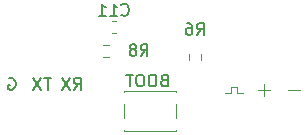
<source format=gbr>
G04 #@! TF.GenerationSoftware,KiCad,Pcbnew,(5.1.5)-3*
G04 #@! TF.CreationDate,2021-02-05T10:45:09+01:00*
G04 #@! TF.ProjectId,kapuki-cursen-hw,6b617075-6b69-42d6-9375-7273656e2d68,rev?*
G04 #@! TF.SameCoordinates,Original*
G04 #@! TF.FileFunction,Legend,Bot*
G04 #@! TF.FilePolarity,Positive*
%FSLAX46Y46*%
G04 Gerber Fmt 4.6, Leading zero omitted, Abs format (unit mm)*
G04 Created by KiCad (PCBNEW (5.1.5)-3) date 2021-02-05 10:45:09*
%MOMM*%
%LPD*%
G04 APERTURE LIST*
%ADD10C,0.150000*%
%ADD11C,0.120000*%
G04 APERTURE END LIST*
D10*
X122420095Y-88400000D02*
X122515333Y-88352380D01*
X122658190Y-88352380D01*
X122801047Y-88400000D01*
X122896285Y-88495238D01*
X122943904Y-88590476D01*
X122991523Y-88780952D01*
X122991523Y-88923809D01*
X122943904Y-89114285D01*
X122896285Y-89209523D01*
X122801047Y-89304761D01*
X122658190Y-89352380D01*
X122562952Y-89352380D01*
X122420095Y-89304761D01*
X122372476Y-89257142D01*
X122372476Y-88923809D01*
X122562952Y-88923809D01*
X127928666Y-89352380D02*
X128262000Y-88876190D01*
X128500095Y-89352380D02*
X128500095Y-88352380D01*
X128119142Y-88352380D01*
X128023904Y-88400000D01*
X127976285Y-88447619D01*
X127928666Y-88542857D01*
X127928666Y-88685714D01*
X127976285Y-88780952D01*
X128023904Y-88828571D01*
X128119142Y-88876190D01*
X128500095Y-88876190D01*
X127595333Y-88352380D02*
X126928666Y-89352380D01*
X126928666Y-88352380D02*
X127595333Y-89352380D01*
X125983904Y-88352380D02*
X125412476Y-88352380D01*
X125698190Y-89352380D02*
X125698190Y-88352380D01*
X125174380Y-88352380D02*
X124507714Y-89352380D01*
X124507714Y-88352380D02*
X125174380Y-89352380D01*
X135545342Y-88549171D02*
X135402485Y-88596790D01*
X135354866Y-88644409D01*
X135307247Y-88739647D01*
X135307247Y-88882504D01*
X135354866Y-88977742D01*
X135402485Y-89025361D01*
X135497723Y-89072980D01*
X135878676Y-89072980D01*
X135878676Y-88072980D01*
X135545342Y-88072980D01*
X135450104Y-88120600D01*
X135402485Y-88168219D01*
X135354866Y-88263457D01*
X135354866Y-88358695D01*
X135402485Y-88453933D01*
X135450104Y-88501552D01*
X135545342Y-88549171D01*
X135878676Y-88549171D01*
X134688200Y-88072980D02*
X134497723Y-88072980D01*
X134402485Y-88120600D01*
X134307247Y-88215838D01*
X134259628Y-88406314D01*
X134259628Y-88739647D01*
X134307247Y-88930123D01*
X134402485Y-89025361D01*
X134497723Y-89072980D01*
X134688200Y-89072980D01*
X134783438Y-89025361D01*
X134878676Y-88930123D01*
X134926295Y-88739647D01*
X134926295Y-88406314D01*
X134878676Y-88215838D01*
X134783438Y-88120600D01*
X134688200Y-88072980D01*
X133640580Y-88072980D02*
X133450104Y-88072980D01*
X133354866Y-88120600D01*
X133259628Y-88215838D01*
X133212009Y-88406314D01*
X133212009Y-88739647D01*
X133259628Y-88930123D01*
X133354866Y-89025361D01*
X133450104Y-89072980D01*
X133640580Y-89072980D01*
X133735819Y-89025361D01*
X133831057Y-88930123D01*
X133878676Y-88739647D01*
X133878676Y-88406314D01*
X133831057Y-88215838D01*
X133735819Y-88120600D01*
X133640580Y-88072980D01*
X132926295Y-88072980D02*
X132354866Y-88072980D01*
X132640580Y-89072980D02*
X132640580Y-88072980D01*
D11*
X146050000Y-89408000D02*
X147066000Y-89408000D01*
X144018000Y-89916000D02*
X144018000Y-88900000D01*
X143510000Y-89408000D02*
X144526000Y-89408000D01*
X141732000Y-89662000D02*
X142240000Y-89662000D01*
X141732000Y-89662000D02*
X141732000Y-89154000D01*
X141224000Y-89154000D02*
X141732000Y-89154000D01*
X141224000Y-89154000D02*
X141224000Y-89662000D01*
X140716000Y-89662000D02*
X141224000Y-89662000D01*
X136591400Y-92860600D02*
X132191400Y-92860600D01*
X132191400Y-92860600D02*
X132191400Y-92740600D01*
X132191400Y-91730600D02*
X132191400Y-90590600D01*
X132191400Y-89580600D02*
X132191400Y-89460600D01*
X132191400Y-89460600D02*
X136591400Y-89460600D01*
X136591400Y-89460600D02*
X136591400Y-89580600D01*
X136591400Y-90590600D02*
X136591400Y-91730600D01*
X136591400Y-92740600D02*
X136591400Y-92860600D01*
X130377476Y-85532700D02*
X130886924Y-85532700D01*
X130377476Y-86577700D02*
X130886924Y-86577700D01*
X138698500Y-86359276D02*
X138698500Y-86868724D01*
X137653500Y-86359276D02*
X137653500Y-86868724D01*
X131464267Y-84584000D02*
X131171733Y-84584000D01*
X131464267Y-83564000D02*
X131171733Y-83564000D01*
D10*
X133592866Y-86507580D02*
X133926200Y-86031390D01*
X134164295Y-86507580D02*
X134164295Y-85507580D01*
X133783342Y-85507580D01*
X133688104Y-85555200D01*
X133640485Y-85602819D01*
X133592866Y-85698057D01*
X133592866Y-85840914D01*
X133640485Y-85936152D01*
X133688104Y-85983771D01*
X133783342Y-86031390D01*
X134164295Y-86031390D01*
X133021438Y-85936152D02*
X133116676Y-85888533D01*
X133164295Y-85840914D01*
X133211914Y-85745676D01*
X133211914Y-85698057D01*
X133164295Y-85602819D01*
X133116676Y-85555200D01*
X133021438Y-85507580D01*
X132830961Y-85507580D01*
X132735723Y-85555200D01*
X132688104Y-85602819D01*
X132640485Y-85698057D01*
X132640485Y-85745676D01*
X132688104Y-85840914D01*
X132735723Y-85888533D01*
X132830961Y-85936152D01*
X133021438Y-85936152D01*
X133116676Y-85983771D01*
X133164295Y-86031390D01*
X133211914Y-86126628D01*
X133211914Y-86317104D01*
X133164295Y-86412342D01*
X133116676Y-86459961D01*
X133021438Y-86507580D01*
X132830961Y-86507580D01*
X132735723Y-86459961D01*
X132688104Y-86412342D01*
X132640485Y-86317104D01*
X132640485Y-86126628D01*
X132688104Y-86031390D01*
X132735723Y-85983771D01*
X132830961Y-85936152D01*
X138342666Y-84729580D02*
X138676000Y-84253390D01*
X138914095Y-84729580D02*
X138914095Y-83729580D01*
X138533142Y-83729580D01*
X138437904Y-83777200D01*
X138390285Y-83824819D01*
X138342666Y-83920057D01*
X138342666Y-84062914D01*
X138390285Y-84158152D01*
X138437904Y-84205771D01*
X138533142Y-84253390D01*
X138914095Y-84253390D01*
X137485523Y-83729580D02*
X137676000Y-83729580D01*
X137771238Y-83777200D01*
X137818857Y-83824819D01*
X137914095Y-83967676D01*
X137961714Y-84158152D01*
X137961714Y-84539104D01*
X137914095Y-84634342D01*
X137866476Y-84681961D01*
X137771238Y-84729580D01*
X137580761Y-84729580D01*
X137485523Y-84681961D01*
X137437904Y-84634342D01*
X137390285Y-84539104D01*
X137390285Y-84301009D01*
X137437904Y-84205771D01*
X137485523Y-84158152D01*
X137580761Y-84110533D01*
X137771238Y-84110533D01*
X137866476Y-84158152D01*
X137914095Y-84205771D01*
X137961714Y-84301009D01*
X131960857Y-83001142D02*
X132008476Y-83048761D01*
X132151333Y-83096380D01*
X132246571Y-83096380D01*
X132389428Y-83048761D01*
X132484666Y-82953523D01*
X132532285Y-82858285D01*
X132579904Y-82667809D01*
X132579904Y-82524952D01*
X132532285Y-82334476D01*
X132484666Y-82239238D01*
X132389428Y-82144000D01*
X132246571Y-82096380D01*
X132151333Y-82096380D01*
X132008476Y-82144000D01*
X131960857Y-82191619D01*
X131008476Y-83096380D02*
X131579904Y-83096380D01*
X131294190Y-83096380D02*
X131294190Y-82096380D01*
X131389428Y-82239238D01*
X131484666Y-82334476D01*
X131579904Y-82382095D01*
X130056095Y-83096380D02*
X130627523Y-83096380D01*
X130341809Y-83096380D02*
X130341809Y-82096380D01*
X130437047Y-82239238D01*
X130532285Y-82334476D01*
X130627523Y-82382095D01*
M02*

</source>
